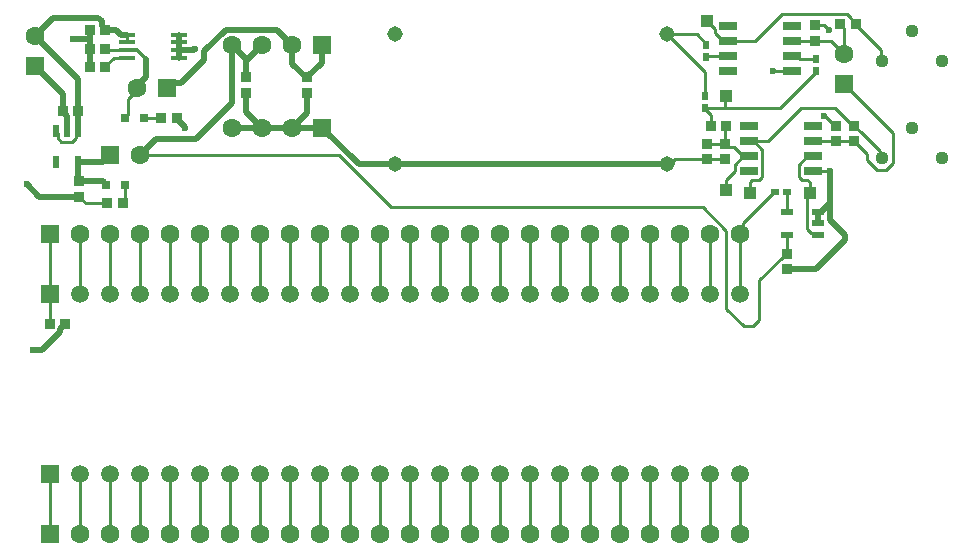
<source format=gtl>
G04*
G04 #@! TF.GenerationSoftware,Altium Limited,Altium Designer,20.1.12 (249)*
G04*
G04 Layer_Physical_Order=1*
G04 Layer_Color=255*
%FSLAX44Y44*%
%MOMM*%
G71*
G04*
G04 #@! TF.SameCoordinates,5963EE20-531D-4955-9439-85CF453D8019*
G04*
G04*
G04 #@! TF.FilePolarity,Positive*
G04*
G01*
G75*
%ADD15R,0.9400X0.8300*%
%ADD16R,1.0500X0.6000*%
%ADD17R,0.8300X0.9400*%
%ADD18R,0.8000X0.8000*%
%ADD19R,0.6000X1.0500*%
%ADD20R,1.0000X1.0000*%
%ADD21R,0.6000X0.8000*%
%ADD22R,1.5260X0.6500*%
%ADD23R,0.8000X0.6000*%
%ADD24R,1.3970X0.4318*%
%ADD43C,0.2540*%
%ADD44C,0.3000*%
%ADD45C,0.5000*%
%ADD46C,0.3500*%
%ADD47C,1.6000*%
%ADD48R,1.6000X1.6000*%
%ADD49C,1.5200*%
%ADD50R,1.5200X1.5200*%
%ADD51C,1.1200*%
%ADD52C,1.3100*%
%ADD53R,1.6000X1.6000*%
%ADD54C,0.6000*%
D15*
X653000Y241108D02*
D03*
Y254307D02*
D03*
X53000Y302358D02*
D03*
Y315557D02*
D03*
X709270Y349400D02*
D03*
Y362600D02*
D03*
X693828D02*
D03*
Y349400D02*
D03*
X600443Y334165D02*
D03*
Y347365D02*
D03*
X585000D02*
D03*
Y334165D02*
D03*
X246000Y390400D02*
D03*
Y403600D02*
D03*
X195000Y390400D02*
D03*
Y403600D02*
D03*
X676527Y447600D02*
D03*
Y434400D02*
D03*
D16*
X679000Y270500D02*
D03*
Y280000D02*
D03*
Y289500D02*
D03*
X653000D02*
D03*
Y270500D02*
D03*
D17*
X39400Y374992D02*
D03*
X52600D02*
D03*
X90600Y296965D02*
D03*
X77400D02*
D03*
X41600Y195000D02*
D03*
X28400D02*
D03*
X697820Y448592D02*
D03*
X711020D02*
D03*
X601393Y362257D02*
D03*
X588192D02*
D03*
X62400Y444000D02*
D03*
X75600D02*
D03*
X62400Y428000D02*
D03*
X75600D02*
D03*
X62400Y412557D02*
D03*
X75600D02*
D03*
X135892Y369239D02*
D03*
X122692D02*
D03*
D18*
X76263Y312708D02*
D03*
X92263D02*
D03*
X92000Y369239D02*
D03*
X108000D02*
D03*
D19*
X52500Y358000D02*
D03*
X43000D02*
D03*
X33500D02*
D03*
Y332000D02*
D03*
X52500D02*
D03*
D20*
X621000Y306000D02*
D03*
X601000Y308000D02*
D03*
X672000Y306000D02*
D03*
X601000Y388000D02*
D03*
X585000Y451000D02*
D03*
D21*
X583000Y378000D02*
D03*
Y388000D02*
D03*
X584243Y421000D02*
D03*
Y431000D02*
D03*
X677227Y409207D02*
D03*
Y419207D02*
D03*
D22*
X602915Y447050D02*
D03*
Y434350D02*
D03*
Y421650D02*
D03*
Y408950D02*
D03*
X657155D02*
D03*
Y421650D02*
D03*
Y434350D02*
D03*
Y447050D02*
D03*
X620215Y362050D02*
D03*
Y349350D02*
D03*
Y336650D02*
D03*
Y323950D02*
D03*
X674455D02*
D03*
Y336650D02*
D03*
Y349350D02*
D03*
Y362050D02*
D03*
D23*
X643000Y306938D02*
D03*
X653000D02*
D03*
D24*
X138098Y439750D02*
D03*
Y433250D02*
D03*
Y426750D02*
D03*
Y420250D02*
D03*
X93902D02*
D03*
Y426750D02*
D03*
Y433250D02*
D03*
Y439750D02*
D03*
D43*
X693777Y349350D02*
X693828Y349400D01*
X674455Y349350D02*
X693777D01*
X693828Y349400D02*
X709270D01*
X101428Y427051D02*
X102377D01*
X670075Y336650D02*
X674455D01*
X663015Y329590D02*
X670075Y336650D01*
X663015Y319122D02*
Y329590D01*
Y319122D02*
X665247Y316890D01*
X669920D01*
X672000Y314810D01*
Y306000D02*
Y314810D01*
X650120Y251427D02*
X653000Y254307D01*
X649082Y251427D02*
X650120D01*
X629387Y231733D02*
X649082Y251427D01*
X581202Y294000D02*
X601290Y273912D01*
X273476Y337700D02*
X317176Y294000D01*
X581202D01*
X624052Y193052D02*
X629387Y198387D01*
X615948Y193052D02*
X624052D01*
X601290Y207710D02*
Y273912D01*
Y207710D02*
X615948Y193052D01*
X629387Y198387D02*
Y231733D01*
X104642Y337700D02*
X273476D01*
X653000Y254307D02*
Y270500D01*
Y289500D02*
Y306938D01*
X673132Y272230D02*
X677270D01*
X669940Y275422D02*
X673132Y272230D01*
X669940Y275422D02*
Y303940D01*
X672000Y306000D01*
X677270Y272230D02*
X679000Y270500D01*
X674505Y324000D02*
X689000D01*
X674455Y323950D02*
X674505Y324000D01*
X684877Y371000D02*
X693278Y362600D01*
X684000Y371000D02*
X684877D01*
X693278Y362600D02*
X693828D01*
X28900Y195500D02*
Y220000D01*
X28400Y195000D02*
X28900Y195500D01*
Y220000D02*
Y270800D01*
X641000Y409000D02*
X657105D01*
X640906Y409094D02*
X641000Y409000D01*
X558022Y334165D02*
X585000D01*
X553857Y330000D02*
X558022Y334165D01*
X551000Y330000D02*
X553857D01*
X585000Y334165D02*
X600443D01*
X636350Y349350D02*
X665000Y378000D01*
X693320D02*
X708720Y362600D01*
X665000Y378000D02*
X693320D01*
X676527Y447600D02*
X684400D01*
X688000Y444000D01*
X657105Y409000D02*
X657155Y408950D01*
X58942Y296965D02*
X77400D01*
X53550Y302358D02*
X58942Y296965D01*
X53000Y302358D02*
X53550D01*
X92263Y298627D02*
Y312708D01*
X90600Y296965D02*
X92263Y298627D01*
X52500Y374893D02*
X52600Y374992D01*
X33500Y358000D02*
X35230Y356270D01*
Y352132D02*
Y356270D01*
Y352132D02*
X38422Y348940D01*
X47578D01*
X50770Y352132D01*
Y356270D01*
X52500Y358000D01*
X720827Y333717D02*
X728955Y325590D01*
X701220Y397750D02*
X742262Y356707D01*
X720827Y333717D02*
Y338393D01*
X742262Y331102D02*
Y356707D01*
X709820Y349400D02*
X720827Y338393D01*
X736750Y325590D02*
X742262Y331102D01*
X709270Y349400D02*
X709820D01*
X728955Y325590D02*
X736750D01*
X709820Y362600D02*
X715060Y357360D01*
X731196Y336657D02*
X732852Y335000D01*
X715060Y357360D02*
X715548D01*
X731196Y336657D02*
Y341713D01*
X709270Y362600D02*
X709820D01*
X715548Y357360D02*
X731196Y341713D01*
X708720Y362600D02*
X709270D01*
X624595Y349350D02*
X636350D01*
X629423Y316890D02*
X631655Y319122D01*
X623080Y316890D02*
X629423D01*
X624595Y349350D02*
X631655Y342290D01*
X620215Y349350D02*
X624595D01*
X621000Y306000D02*
Y314810D01*
X623080Y316890D01*
X631655Y319122D02*
Y342290D01*
X608952Y329767D02*
X615835Y336650D01*
X608952Y328956D02*
Y329767D01*
X608775Y328778D02*
X608952Y328956D01*
X608775Y324585D02*
Y328778D01*
X601000Y316810D02*
X608775Y324585D01*
X601000Y308000D02*
Y316810D01*
X600000Y378000D02*
X647020D01*
X583000D02*
X600000D01*
Y387000D02*
X601000Y388000D01*
X600000Y378000D02*
Y387000D01*
X598535Y434350D02*
X602915D01*
X591475Y441410D02*
X598535Y434350D01*
X591475Y441410D02*
Y444525D01*
X585000Y451000D02*
X591475Y444525D01*
X92000Y369239D02*
X94730Y371969D01*
Y385100D01*
X102300Y392670D01*
X642000Y306938D02*
X643000D01*
X615676Y280613D02*
X642000Y306938D01*
X615676Y273375D02*
Y280613D01*
X613100Y270800D02*
X615676Y273375D01*
X711020Y448592D02*
Y449142D01*
Y448042D02*
Y448592D01*
X625350Y434350D02*
X648102Y457103D01*
X703548D01*
X705780Y454383D02*
Y454871D01*
X703548Y457103D02*
X705780Y454871D01*
Y454383D02*
X711020Y449142D01*
X602915Y434350D02*
X625350D01*
X588192Y362257D02*
Y371808D01*
X583000Y377000D02*
X588192Y371808D01*
X583000Y377000D02*
Y378000D01*
X600443Y347365D02*
Y361307D01*
X601393Y362257D01*
X585000Y347365D02*
X600443D01*
X615835Y336650D02*
X620215D01*
X608000Y344485D02*
X615835Y336650D01*
X603322Y344485D02*
X608000D01*
X600443Y347365D02*
X603322Y344485D01*
X583000Y388000D02*
Y408000D01*
X551000Y440000D02*
X583000Y408000D01*
X677227Y408208D02*
Y409207D01*
X647020Y378000D02*
X677227Y408208D01*
X663978Y419207D02*
X677227D01*
X661535Y421650D02*
X663978Y419207D01*
X657155Y421650D02*
X661535D01*
X711020Y448042D02*
X732053Y427010D01*
Y418400D02*
Y427010D01*
Y418400D02*
X732852Y417600D01*
X689970Y434400D02*
X700700Y423670D01*
X701220Y423150D01*
X700700Y423670D02*
Y445713D01*
X697820Y448592D02*
X700700Y445713D01*
X676527Y434400D02*
X689970D01*
X657155Y434350D02*
X676478D01*
X676527Y434400D01*
X584243Y421000D02*
X584893Y421650D01*
X602915D01*
X551000Y440000D02*
X576242D01*
X584243Y432000D01*
Y431000D02*
Y432000D01*
X108000Y369239D02*
X122692D01*
X82743Y420250D02*
X93902D01*
X75600Y413107D02*
X82743Y420250D01*
X75600Y412557D02*
Y413107D01*
Y428000D02*
X76850Y426750D01*
X93902D01*
Y433250D02*
Y439750D01*
X613100Y16800D02*
Y67600D01*
X587700Y16800D02*
Y67600D01*
X562300Y16800D02*
Y67600D01*
X536900Y16800D02*
Y67600D01*
X511500Y16800D02*
Y67600D01*
X486100Y16800D02*
Y67600D01*
X460700Y16800D02*
Y67600D01*
X435300Y16800D02*
Y67600D01*
X409900Y16800D02*
Y67600D01*
X384500Y16800D02*
Y67600D01*
X359100Y16800D02*
Y67600D01*
X333700Y16800D02*
Y67600D01*
X308300Y16800D02*
Y67600D01*
X282900Y16800D02*
Y67600D01*
X257500Y16800D02*
Y67600D01*
X232100Y16800D02*
Y67600D01*
X206700Y16800D02*
Y67600D01*
X181300Y16800D02*
Y67600D01*
X155900Y16800D02*
Y67600D01*
X130500Y16800D02*
Y67600D01*
X105100Y16800D02*
Y67600D01*
X79700Y16800D02*
Y67600D01*
X54300Y16800D02*
Y67600D01*
X28900Y16800D02*
Y67600D01*
X613100Y220000D02*
Y270800D01*
X587700Y220000D02*
Y270800D01*
X562300Y220000D02*
Y270800D01*
X536900Y220000D02*
Y270800D01*
X511500Y220000D02*
Y270800D01*
X486100Y220000D02*
Y270800D01*
X460700Y220000D02*
Y270800D01*
X435300Y220000D02*
Y270800D01*
X409900Y220000D02*
Y270800D01*
X384500Y220000D02*
Y270800D01*
X359100Y220000D02*
Y270800D01*
X333700Y220000D02*
Y270800D01*
X308300Y220000D02*
Y270800D01*
X282900Y220000D02*
Y270800D01*
X257500Y220000D02*
Y270800D01*
X232100Y220000D02*
Y270800D01*
X206700Y220000D02*
Y270800D01*
X181300Y220000D02*
Y270800D01*
X155900Y220000D02*
Y270800D01*
X130500Y220000D02*
Y270800D01*
X105100Y220000D02*
Y270800D01*
X79700Y220000D02*
Y270800D01*
X54300Y220000D02*
Y270800D01*
D44*
X102300Y394231D02*
Y396509D01*
Y392670D02*
Y394231D01*
X93902Y426750D02*
X94203Y427051D01*
X101428D01*
D45*
X102300Y396509D02*
X110000Y404209D01*
Y419428D01*
X677107Y241108D02*
X701929Y265929D01*
Y270071D01*
X689000Y283000D02*
X701929Y270071D01*
X689000Y283000D02*
Y297250D01*
X653000Y241108D02*
X677107D01*
X679000Y280000D02*
Y289500D01*
X681250D01*
X689000Y297250D01*
Y324000D01*
X321000Y330000D02*
X551000D01*
X290100D02*
X321000D01*
X259100Y361000D02*
X290100Y330000D01*
X9000Y313000D02*
X19642Y302358D01*
X53000D01*
X41600Y194450D02*
Y195000D01*
X37590Y190440D02*
X41600Y194450D01*
X37590Y188212D02*
Y190440D01*
X22378Y173000D02*
X37590Y188212D01*
X14000Y173000D02*
X22378D01*
X135892Y368689D02*
X142809Y361773D01*
Y361191D02*
Y361773D01*
Y361191D02*
X143000Y361000D01*
X177499Y444040D02*
X220660D01*
X233700Y431000D01*
X139769Y398769D02*
X159459Y418459D01*
Y426000D01*
X127700Y394231D02*
X132238Y398769D01*
X159459Y426000D02*
X177499Y444040D01*
X132238Y398769D02*
X139769D01*
X259100Y416150D02*
Y431000D01*
X246550Y403600D02*
X259100Y416150D01*
X246000Y403600D02*
X246550D01*
X138098Y426750D02*
X138439Y427091D01*
X150658D01*
X151148Y427581D01*
X151419D01*
X135892Y368689D02*
Y369239D01*
X118561Y351618D02*
X152618D01*
X182900Y381900D02*
Y431000D01*
X152618Y351618D02*
X182900Y381900D01*
X104642Y337700D02*
X118561Y351618D01*
X208300Y361000D02*
X233700D01*
X246000Y373300D02*
Y390400D01*
X233700Y361000D02*
X246000Y373300D01*
X233700Y361000D02*
X259100D01*
X182900D02*
X208300D01*
X195000Y374300D02*
Y390400D01*
Y374300D02*
X208300Y361000D01*
X138098Y426750D02*
Y433250D01*
Y420250D02*
Y426750D01*
Y433250D02*
Y439750D01*
X62400Y436000D02*
Y444000D01*
Y428000D02*
Y436000D01*
X48000D02*
X62400D01*
Y412557D02*
Y428000D01*
X39400Y374992D02*
Y389900D01*
X16000Y413300D02*
X39400Y389900D01*
X43000Y358000D02*
Y370843D01*
X39400Y374442D02*
X43000Y370843D01*
X39400Y374442D02*
Y374992D01*
X73542Y332000D02*
X79243Y337700D01*
X52500Y332000D02*
X73542D01*
X53000Y315557D02*
X73412D01*
X76263Y312708D01*
X52500Y316057D02*
Y332000D01*
Y316057D02*
X53000Y315557D01*
X52500Y358000D02*
Y374893D01*
X16000Y438700D02*
X31300Y454000D01*
X69742D01*
X72720Y451022D01*
Y447430D02*
Y451022D01*
Y447430D02*
X75600Y444550D01*
Y444000D02*
Y444550D01*
X52600Y374992D02*
Y402100D01*
X16000Y438700D02*
X52600Y402100D01*
X245450Y403600D02*
X246000D01*
X233700Y415350D02*
Y431000D01*
Y415350D02*
X245450Y403600D01*
X195000Y417700D02*
Y418900D01*
Y417700D02*
X208300Y431000D01*
X195000Y403600D02*
Y417700D01*
X182900Y431000D02*
X195000Y418900D01*
X75600Y444000D02*
X84826D01*
X89076Y439750D01*
X93902D01*
D46*
X102377Y427051D02*
X110000Y419428D01*
D47*
X104642Y337700D02*
D03*
X613100Y16800D02*
D03*
X587700D02*
D03*
X562300D02*
D03*
X536900D02*
D03*
X511500D02*
D03*
X384500D02*
D03*
X308300D02*
D03*
X282900D02*
D03*
X257500D02*
D03*
X206700D02*
D03*
X181300D02*
D03*
X130500D02*
D03*
X79700D02*
D03*
X54300D02*
D03*
X105100D02*
D03*
X155900D02*
D03*
X232100D02*
D03*
X333700D02*
D03*
X359100D02*
D03*
X409900D02*
D03*
X435300D02*
D03*
X460700D02*
D03*
X486100D02*
D03*
X613100Y270800D02*
D03*
X587700D02*
D03*
X562300D02*
D03*
X536900D02*
D03*
X511500D02*
D03*
X384500D02*
D03*
X308300D02*
D03*
X282900D02*
D03*
X257500D02*
D03*
X206700D02*
D03*
X181300D02*
D03*
X130500D02*
D03*
X79700D02*
D03*
X54300D02*
D03*
X105100D02*
D03*
X155900D02*
D03*
X232100D02*
D03*
X333700D02*
D03*
X359100D02*
D03*
X409900D02*
D03*
X435300D02*
D03*
X460700D02*
D03*
X486100D02*
D03*
X182900Y431000D02*
D03*
X208300D02*
D03*
X233700D02*
D03*
X102300Y394231D02*
D03*
X16000Y438700D02*
D03*
X701220Y423150D02*
D03*
X182900Y361000D02*
D03*
X208300D02*
D03*
X233700D02*
D03*
D48*
X79243Y337700D02*
D03*
X28900Y16800D02*
D03*
Y270800D02*
D03*
X259100Y431000D02*
D03*
X127700Y394231D02*
D03*
X259100Y361000D02*
D03*
D49*
X435300Y67600D02*
D03*
X409900D02*
D03*
X308300D02*
D03*
X257500D02*
D03*
X181300D02*
D03*
X79700D02*
D03*
X54300D02*
D03*
X105100D02*
D03*
X130500D02*
D03*
X155900D02*
D03*
X206700D02*
D03*
X232100D02*
D03*
X282900D02*
D03*
X333700D02*
D03*
X359100D02*
D03*
X384500D02*
D03*
X460700D02*
D03*
X486100D02*
D03*
X511500D02*
D03*
X536900D02*
D03*
X562300D02*
D03*
X587700D02*
D03*
X613100D02*
D03*
X435300Y220000D02*
D03*
X409900D02*
D03*
X308300D02*
D03*
X257500D02*
D03*
X181300D02*
D03*
X79700D02*
D03*
X54300D02*
D03*
X105100D02*
D03*
X130500D02*
D03*
X155900D02*
D03*
X206700D02*
D03*
X232100D02*
D03*
X282900D02*
D03*
X333700D02*
D03*
X359100D02*
D03*
X384500D02*
D03*
X460700D02*
D03*
X486100D02*
D03*
X511500D02*
D03*
X536900D02*
D03*
X562300D02*
D03*
X587700D02*
D03*
X613100D02*
D03*
D50*
X28900Y67600D02*
D03*
Y220000D02*
D03*
D51*
X732852Y417600D02*
D03*
X758252Y443000D02*
D03*
X783652Y417600D02*
D03*
Y335000D02*
D03*
X758252Y360400D02*
D03*
X732852Y335000D02*
D03*
D52*
X551000Y440000D02*
D03*
X321000D02*
D03*
Y330000D02*
D03*
X551000D02*
D03*
D53*
X16000Y413300D02*
D03*
X701220Y397750D02*
D03*
D54*
X689000Y324000D02*
D03*
X684000Y371000D02*
D03*
X9000Y313000D02*
D03*
X14000Y173000D02*
D03*
X143000Y361000D02*
D03*
X151419Y427581D02*
D03*
X640906Y409094D02*
D03*
X48000Y436000D02*
D03*
X688000Y444000D02*
D03*
M02*

</source>
